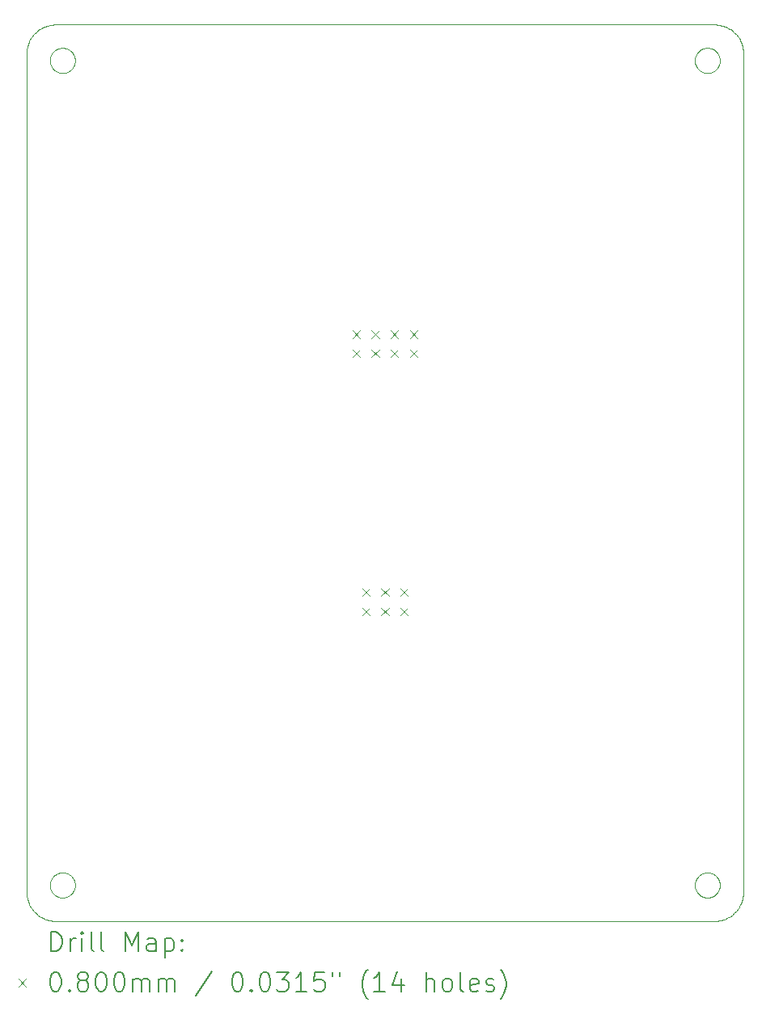
<source format=gbr>
%TF.GenerationSoftware,KiCad,Pcbnew,7.0.5-0*%
%TF.CreationDate,2023-07-22T21:58:12-05:00*%
%TF.ProjectId,biometrics,62696f6d-6574-4726-9963-732e6b696361,rev?*%
%TF.SameCoordinates,Original*%
%TF.FileFunction,Drillmap*%
%TF.FilePolarity,Positive*%
%FSLAX45Y45*%
G04 Gerber Fmt 4.5, Leading zero omitted, Abs format (unit mm)*
G04 Created by KiCad (PCBNEW 7.0.5-0) date 2023-07-22 21:58:12*
%MOMM*%
%LPD*%
G01*
G04 APERTURE LIST*
%ADD10C,0.100000*%
%ADD11C,0.200000*%
%ADD12C,0.080000*%
G04 APERTURE END LIST*
D10*
X15930646Y-2845965D02*
X15937310Y-2846471D01*
X15943878Y-2847306D01*
X15950341Y-2848460D01*
X15956690Y-2849925D01*
X15962917Y-2851694D01*
X15969015Y-2853757D01*
X15974974Y-2856107D01*
X15980787Y-2858735D01*
X15986446Y-2861633D01*
X15991942Y-2864793D01*
X15997266Y-2868206D01*
X16002411Y-2871865D01*
X16007369Y-2875761D01*
X16012131Y-2879886D01*
X16016688Y-2884231D01*
X16021034Y-2888789D01*
X16025158Y-2893551D01*
X16029054Y-2898508D01*
X16032713Y-2903653D01*
X16036127Y-2908978D01*
X16039287Y-2914474D01*
X16042185Y-2920132D01*
X16044813Y-2925945D01*
X16047163Y-2931905D01*
X16049226Y-2938002D01*
X16050994Y-2944230D01*
X16052460Y-2950579D01*
X16053614Y-2957042D01*
X16054448Y-2963609D01*
X16054955Y-2970274D01*
X16055126Y-2977027D01*
X16054955Y-2983780D01*
X16054448Y-2990445D01*
X16053614Y-2997012D01*
X16052460Y-3003475D01*
X16050994Y-3009824D01*
X16049226Y-3016052D01*
X16047163Y-3022149D01*
X16044813Y-3028109D01*
X16042185Y-3033922D01*
X16039287Y-3039580D01*
X16036127Y-3045076D01*
X16032713Y-3050401D01*
X16029054Y-3055546D01*
X16025158Y-3060503D01*
X16021034Y-3065265D01*
X16016688Y-3069823D01*
X16012131Y-3074168D01*
X16007369Y-3078293D01*
X16002411Y-3082189D01*
X15997266Y-3085848D01*
X15991942Y-3089261D01*
X15986446Y-3092421D01*
X15980787Y-3095319D01*
X15974974Y-3097947D01*
X15969015Y-3100297D01*
X15962917Y-3102360D01*
X15956690Y-3104129D01*
X15950341Y-3105594D01*
X15943878Y-3106748D01*
X15937310Y-3107583D01*
X15930646Y-3108089D01*
X15923893Y-3108260D01*
X15917139Y-3108089D01*
X15910475Y-3107583D01*
X15903907Y-3106748D01*
X15897445Y-3105594D01*
X15891096Y-3104129D01*
X15884868Y-3102360D01*
X15878771Y-3100297D01*
X15872811Y-3097947D01*
X15866998Y-3095319D01*
X15861340Y-3092421D01*
X15855844Y-3089261D01*
X15850520Y-3085848D01*
X15845374Y-3082189D01*
X15840417Y-3078293D01*
X15835655Y-3074168D01*
X15831098Y-3069823D01*
X15826752Y-3065265D01*
X15822628Y-3060503D01*
X15818732Y-3055546D01*
X15815073Y-3050401D01*
X15811659Y-3045076D01*
X15808499Y-3039580D01*
X15805601Y-3033922D01*
X15802973Y-3028109D01*
X15800623Y-3022149D01*
X15798560Y-3016052D01*
X15796792Y-3009824D01*
X15795326Y-3003475D01*
X15794172Y-2997012D01*
X15793338Y-2990445D01*
X15792831Y-2983780D01*
X15792660Y-2977027D01*
X15792831Y-2970274D01*
X15793338Y-2963609D01*
X15794172Y-2957042D01*
X15795326Y-2950579D01*
X15796792Y-2944230D01*
X15798560Y-2938002D01*
X15800623Y-2931905D01*
X15802973Y-2925945D01*
X15805601Y-2920132D01*
X15808499Y-2914474D01*
X15811659Y-2908978D01*
X15815073Y-2903653D01*
X15818732Y-2898508D01*
X15822628Y-2893551D01*
X15826752Y-2888789D01*
X15831098Y-2884231D01*
X15835655Y-2879886D01*
X15840417Y-2875761D01*
X15845374Y-2871865D01*
X15850520Y-2868206D01*
X15855844Y-2864793D01*
X15861340Y-2861633D01*
X15866998Y-2858735D01*
X15872811Y-2856107D01*
X15878771Y-2853757D01*
X15884868Y-2851694D01*
X15891096Y-2849925D01*
X15897445Y-2848460D01*
X15903907Y-2847306D01*
X15910475Y-2846471D01*
X15917139Y-2845965D01*
X15923893Y-2845794D01*
X15930646Y-2845965D01*
X15930646Y-11471116D02*
X15937310Y-11471623D01*
X15943878Y-11472458D01*
X15950341Y-11473612D01*
X15956690Y-11475077D01*
X15962917Y-11476846D01*
X15969015Y-11478909D01*
X15974974Y-11481259D01*
X15980787Y-11483887D01*
X15986446Y-11486785D01*
X15991942Y-11489945D01*
X15997266Y-11493358D01*
X16002411Y-11497017D01*
X16007369Y-11500913D01*
X16012131Y-11505038D01*
X16016688Y-11509383D01*
X16021034Y-11513941D01*
X16025158Y-11518702D01*
X16029054Y-11523660D01*
X16032713Y-11528805D01*
X16036127Y-11534130D01*
X16039287Y-11539625D01*
X16042185Y-11545284D01*
X16044813Y-11551097D01*
X16047163Y-11557057D01*
X16049226Y-11563154D01*
X16050994Y-11569382D01*
X16052460Y-11575731D01*
X16053614Y-11582193D01*
X16054448Y-11588761D01*
X16054955Y-11595426D01*
X16055126Y-11602179D01*
X16054955Y-11608932D01*
X16054448Y-11615597D01*
X16053614Y-11622164D01*
X16052460Y-11628627D01*
X16050994Y-11634976D01*
X16049226Y-11641204D01*
X16047163Y-11647301D01*
X16044813Y-11653261D01*
X16042185Y-11659074D01*
X16039287Y-11664733D01*
X16036127Y-11670228D01*
X16032713Y-11675553D01*
X16029054Y-11680698D01*
X16025158Y-11685656D01*
X16021034Y-11690418D01*
X16016688Y-11694975D01*
X16012131Y-11699321D01*
X16007369Y-11703446D01*
X16002411Y-11707342D01*
X15997266Y-11711000D01*
X15991942Y-11714414D01*
X15986446Y-11717574D01*
X15980787Y-11720472D01*
X15974974Y-11723100D01*
X15969015Y-11725450D01*
X15962917Y-11727513D01*
X15956690Y-11729282D01*
X15950341Y-11730747D01*
X15943878Y-11731901D01*
X15937310Y-11732736D01*
X15930646Y-11733243D01*
X15923893Y-11733414D01*
X15917139Y-11733243D01*
X15910475Y-11732736D01*
X15903907Y-11731901D01*
X15897445Y-11730747D01*
X15891096Y-11729282D01*
X15884868Y-11727513D01*
X15878771Y-11725450D01*
X15872811Y-11723100D01*
X15866998Y-11720472D01*
X15861340Y-11717574D01*
X15855844Y-11714414D01*
X15850520Y-11711000D01*
X15845374Y-11707342D01*
X15840417Y-11703446D01*
X15835655Y-11699321D01*
X15831098Y-11694975D01*
X15826752Y-11690418D01*
X15822628Y-11685656D01*
X15818732Y-11680698D01*
X15815073Y-11675553D01*
X15811659Y-11670228D01*
X15808499Y-11664733D01*
X15805601Y-11659074D01*
X15802973Y-11653261D01*
X15800623Y-11647301D01*
X15798560Y-11641204D01*
X15796792Y-11634976D01*
X15795326Y-11628627D01*
X15794172Y-11622164D01*
X15793338Y-11615597D01*
X15792831Y-11608932D01*
X15792660Y-11602179D01*
X15792831Y-11595426D01*
X15793338Y-11588761D01*
X15794172Y-11582193D01*
X15795326Y-11575731D01*
X15796792Y-11569382D01*
X15798560Y-11563154D01*
X15800623Y-11557057D01*
X15802973Y-11551097D01*
X15805601Y-11545284D01*
X15808499Y-11539625D01*
X15811659Y-11534130D01*
X15815073Y-11528805D01*
X15818732Y-11523660D01*
X15822628Y-11518702D01*
X15826752Y-11513941D01*
X15831098Y-11509383D01*
X15835655Y-11505038D01*
X15840417Y-11500913D01*
X15845374Y-11497017D01*
X15850520Y-11493358D01*
X15855844Y-11489945D01*
X15861340Y-11486785D01*
X15866998Y-11483887D01*
X15872811Y-11481259D01*
X15878771Y-11478909D01*
X15884868Y-11476846D01*
X15891096Y-11475077D01*
X15897445Y-11473612D01*
X15903907Y-11472458D01*
X15910475Y-11471623D01*
X15917139Y-11471116D01*
X15923893Y-11470946D01*
X15930646Y-11471116D01*
X9180597Y-2845965D02*
X9187261Y-2846471D01*
X9193829Y-2847306D01*
X9200292Y-2848460D01*
X9206641Y-2849925D01*
X9212868Y-2851694D01*
X9218966Y-2853757D01*
X9224926Y-2856107D01*
X9230739Y-2858735D01*
X9236397Y-2861633D01*
X9241893Y-2864793D01*
X9247218Y-2868206D01*
X9252363Y-2871865D01*
X9257320Y-2875761D01*
X9262082Y-2879886D01*
X9266640Y-2884231D01*
X9270985Y-2888789D01*
X9275110Y-2893551D01*
X9279006Y-2898508D01*
X9282665Y-2903653D01*
X9286078Y-2908978D01*
X9289238Y-2914474D01*
X9292136Y-2920132D01*
X9294764Y-2925945D01*
X9297114Y-2931905D01*
X9299177Y-2938002D01*
X9300946Y-2944230D01*
X9302411Y-2950579D01*
X9303565Y-2957042D01*
X9304400Y-2963609D01*
X9304906Y-2970274D01*
X9305077Y-2977027D01*
X9304906Y-2983780D01*
X9304400Y-2990445D01*
X9303565Y-2997012D01*
X9302411Y-3003475D01*
X9300946Y-3009824D01*
X9299177Y-3016052D01*
X9297114Y-3022149D01*
X9294764Y-3028109D01*
X9292136Y-3033922D01*
X9289238Y-3039580D01*
X9286078Y-3045076D01*
X9282665Y-3050401D01*
X9279006Y-3055546D01*
X9275110Y-3060503D01*
X9270985Y-3065265D01*
X9266640Y-3069823D01*
X9262082Y-3074168D01*
X9257320Y-3078293D01*
X9252363Y-3082189D01*
X9247218Y-3085848D01*
X9241893Y-3089261D01*
X9236397Y-3092421D01*
X9230739Y-3095319D01*
X9224926Y-3097947D01*
X9218966Y-3100297D01*
X9212868Y-3102360D01*
X9206641Y-3104129D01*
X9200292Y-3105594D01*
X9193829Y-3106748D01*
X9187261Y-3107583D01*
X9180597Y-3108089D01*
X9173844Y-3108260D01*
X9167090Y-3108089D01*
X9160426Y-3107583D01*
X9153858Y-3106748D01*
X9147395Y-3105594D01*
X9141046Y-3104129D01*
X9134819Y-3102360D01*
X9128721Y-3100297D01*
X9122762Y-3097947D01*
X9116948Y-3095319D01*
X9111290Y-3092421D01*
X9105794Y-3089261D01*
X9100470Y-3085848D01*
X9095325Y-3082189D01*
X9090367Y-3078293D01*
X9085605Y-3074168D01*
X9081048Y-3069823D01*
X9076702Y-3065265D01*
X9072578Y-3060503D01*
X9068682Y-3055546D01*
X9065023Y-3050401D01*
X9061609Y-3045076D01*
X9058449Y-3039580D01*
X9055551Y-3033922D01*
X9052923Y-3028109D01*
X9050573Y-3022149D01*
X9048510Y-3016052D01*
X9046742Y-3009824D01*
X9045276Y-3003475D01*
X9044122Y-2997012D01*
X9043288Y-2990445D01*
X9042781Y-2983780D01*
X9042610Y-2977027D01*
X9042781Y-2970274D01*
X9043288Y-2963609D01*
X9044122Y-2957042D01*
X9045276Y-2950579D01*
X9046742Y-2944230D01*
X9048510Y-2938002D01*
X9050573Y-2931905D01*
X9052923Y-2925945D01*
X9055551Y-2920132D01*
X9058449Y-2914474D01*
X9061609Y-2908978D01*
X9065023Y-2903653D01*
X9068682Y-2898508D01*
X9072578Y-2893551D01*
X9076702Y-2888789D01*
X9081048Y-2884231D01*
X9085605Y-2879886D01*
X9090367Y-2875761D01*
X9095325Y-2871865D01*
X9100470Y-2868206D01*
X9105794Y-2864793D01*
X9111290Y-2861633D01*
X9116948Y-2858735D01*
X9122762Y-2856107D01*
X9128721Y-2853757D01*
X9134819Y-2851694D01*
X9141046Y-2849925D01*
X9147395Y-2848460D01*
X9153858Y-2847306D01*
X9160426Y-2846471D01*
X9167090Y-2845965D01*
X9173844Y-2845794D01*
X9180597Y-2845965D01*
X16014469Y-2602503D02*
X16029701Y-2603662D01*
X16044711Y-2605572D01*
X16059482Y-2608211D01*
X16073994Y-2611563D01*
X16088230Y-2615608D01*
X16102168Y-2620327D01*
X16115792Y-2625702D01*
X16129081Y-2631713D01*
X16142018Y-2638341D01*
X16154582Y-2645568D01*
X16166756Y-2653375D01*
X16178520Y-2661742D01*
X16189856Y-2670651D01*
X16200744Y-2680084D01*
X16211165Y-2690020D01*
X16221102Y-2700442D01*
X16230534Y-2711330D01*
X16239444Y-2722666D01*
X16247811Y-2734430D01*
X16255618Y-2746604D01*
X16262845Y-2759169D01*
X16269473Y-2772105D01*
X16275484Y-2785394D01*
X16280858Y-2799018D01*
X16285577Y-2812957D01*
X16289622Y-2827192D01*
X16292974Y-2841704D01*
X16295614Y-2856475D01*
X16297523Y-2871485D01*
X16298682Y-2886717D01*
X16299073Y-2902150D01*
X16299073Y-11677055D01*
X16298659Y-11692488D01*
X16297479Y-11707720D01*
X16295553Y-11722730D01*
X16292898Y-11737501D01*
X16289533Y-11752014D01*
X16285477Y-11766249D01*
X16280749Y-11780188D01*
X16275368Y-11793811D01*
X16269352Y-11807101D01*
X16262719Y-11820037D01*
X16255489Y-11832602D01*
X16247681Y-11844776D01*
X16239312Y-11856540D01*
X16230402Y-11867875D01*
X16220969Y-11878764D01*
X16211033Y-11889185D01*
X16200611Y-11899122D01*
X16189722Y-11908554D01*
X16178386Y-11917464D01*
X16166621Y-11925831D01*
X16154445Y-11933638D01*
X16141877Y-11940865D01*
X16128937Y-11947493D01*
X16115642Y-11953504D01*
X16102011Y-11958879D01*
X16088064Y-11963598D01*
X16073818Y-11967643D01*
X16059293Y-11970995D01*
X16044507Y-11973634D01*
X16029479Y-11975543D01*
X16014227Y-11976703D01*
X15998771Y-11977093D01*
X9098967Y-11977093D01*
X9083534Y-11976703D01*
X9068302Y-11975543D01*
X9053292Y-11973634D01*
X9038521Y-11970995D01*
X9024008Y-11967643D01*
X9009773Y-11963598D01*
X8995835Y-11958879D01*
X8982211Y-11953504D01*
X8968922Y-11947493D01*
X8955985Y-11940865D01*
X8943421Y-11933638D01*
X8931247Y-11925831D01*
X8919483Y-11917464D01*
X8908147Y-11908554D01*
X8897259Y-11899122D01*
X8886837Y-11889185D01*
X8876901Y-11878764D01*
X8867468Y-11867875D01*
X8858559Y-11856540D01*
X8850191Y-11844776D01*
X8842385Y-11832602D01*
X8835158Y-11820037D01*
X8828529Y-11807101D01*
X8822519Y-11793811D01*
X8817144Y-11780188D01*
X8812425Y-11766249D01*
X8808380Y-11752014D01*
X8805028Y-11737501D01*
X8802388Y-11722730D01*
X8800479Y-11707720D01*
X8799320Y-11692488D01*
X8798929Y-11677055D01*
X8798929Y-2902150D01*
X8799320Y-2886717D01*
X8800479Y-2871485D01*
X8802388Y-2856475D01*
X8805028Y-2841704D01*
X8808380Y-2827192D01*
X8812425Y-2812957D01*
X8817144Y-2799018D01*
X8822519Y-2785394D01*
X8828529Y-2772105D01*
X8835158Y-2759169D01*
X8842385Y-2746604D01*
X8850191Y-2734430D01*
X8858559Y-2722666D01*
X8867468Y-2711330D01*
X8876901Y-2700442D01*
X8886837Y-2690020D01*
X8897259Y-2680084D01*
X8908147Y-2670651D01*
X8919483Y-2661742D01*
X8931247Y-2653375D01*
X8943421Y-2645568D01*
X8955985Y-2638341D01*
X8968922Y-2631713D01*
X8982211Y-2625702D01*
X8995835Y-2620327D01*
X9009773Y-2615608D01*
X9024008Y-2611563D01*
X9038521Y-2608211D01*
X9053292Y-2605572D01*
X9068302Y-2603662D01*
X9083534Y-2602503D01*
X9098967Y-2602113D01*
X15999036Y-2602113D01*
X16014469Y-2602503D01*
X9180597Y-11471116D02*
X9187261Y-11471623D01*
X9193829Y-11472458D01*
X9200292Y-11473612D01*
X9206641Y-11475077D01*
X9212868Y-11476846D01*
X9218966Y-11478909D01*
X9224926Y-11481259D01*
X9230739Y-11483887D01*
X9236397Y-11486785D01*
X9241893Y-11489945D01*
X9247218Y-11493358D01*
X9252363Y-11497017D01*
X9257320Y-11500913D01*
X9262082Y-11505038D01*
X9266640Y-11509383D01*
X9270985Y-11513941D01*
X9275110Y-11518702D01*
X9279006Y-11523660D01*
X9282665Y-11528805D01*
X9286078Y-11534130D01*
X9289238Y-11539625D01*
X9292136Y-11545284D01*
X9294764Y-11551097D01*
X9297114Y-11557057D01*
X9299177Y-11563154D01*
X9300946Y-11569382D01*
X9302411Y-11575731D01*
X9303565Y-11582193D01*
X9304400Y-11588761D01*
X9304906Y-11595426D01*
X9305077Y-11602179D01*
X9304906Y-11608932D01*
X9304400Y-11615597D01*
X9303565Y-11622164D01*
X9302411Y-11628627D01*
X9300946Y-11634976D01*
X9299177Y-11641204D01*
X9297114Y-11647301D01*
X9294764Y-11653261D01*
X9292136Y-11659074D01*
X9289238Y-11664733D01*
X9286078Y-11670228D01*
X9282665Y-11675553D01*
X9279006Y-11680698D01*
X9275110Y-11685656D01*
X9270985Y-11690418D01*
X9266640Y-11694975D01*
X9262082Y-11699321D01*
X9257320Y-11703446D01*
X9252363Y-11707342D01*
X9247218Y-11711000D01*
X9241893Y-11714414D01*
X9236397Y-11717574D01*
X9230739Y-11720472D01*
X9224926Y-11723100D01*
X9218966Y-11725450D01*
X9212868Y-11727513D01*
X9206641Y-11729282D01*
X9200292Y-11730747D01*
X9193829Y-11731901D01*
X9187261Y-11732736D01*
X9180597Y-11733243D01*
X9173844Y-11733414D01*
X9167090Y-11733243D01*
X9160426Y-11732736D01*
X9153858Y-11731901D01*
X9147395Y-11730747D01*
X9141046Y-11729282D01*
X9134819Y-11727513D01*
X9128721Y-11725450D01*
X9122762Y-11723100D01*
X9116948Y-11720472D01*
X9111290Y-11717574D01*
X9105794Y-11714414D01*
X9100470Y-11711000D01*
X9095325Y-11707342D01*
X9090367Y-11703446D01*
X9085605Y-11699321D01*
X9081048Y-11694975D01*
X9076702Y-11690418D01*
X9072578Y-11685656D01*
X9068682Y-11680698D01*
X9065023Y-11675553D01*
X9061609Y-11670228D01*
X9058449Y-11664733D01*
X9055551Y-11659074D01*
X9052923Y-11653261D01*
X9050573Y-11647301D01*
X9048510Y-11641204D01*
X9046742Y-11634976D01*
X9045276Y-11628627D01*
X9044122Y-11622164D01*
X9043288Y-11615597D01*
X9042781Y-11608932D01*
X9042610Y-11602179D01*
X9042781Y-11595426D01*
X9043288Y-11588761D01*
X9044122Y-11582193D01*
X9045276Y-11575731D01*
X9046742Y-11569382D01*
X9048510Y-11563154D01*
X9050573Y-11557057D01*
X9052923Y-11551097D01*
X9055551Y-11545284D01*
X9058449Y-11539625D01*
X9061609Y-11534130D01*
X9065023Y-11528805D01*
X9068682Y-11523660D01*
X9072578Y-11518702D01*
X9076702Y-11513941D01*
X9081048Y-11509383D01*
X9085605Y-11505038D01*
X9090367Y-11500913D01*
X9095325Y-11497017D01*
X9100470Y-11493358D01*
X9105794Y-11489945D01*
X9111290Y-11486785D01*
X9116948Y-11483887D01*
X9122762Y-11481259D01*
X9128721Y-11478909D01*
X9134819Y-11476846D01*
X9141046Y-11475077D01*
X9147395Y-11473612D01*
X9153858Y-11472458D01*
X9160426Y-11471623D01*
X9167090Y-11471116D01*
X9173844Y-11470946D01*
X9180597Y-11471116D01*
D11*
D12*
X12209000Y-5799600D02*
X12289000Y-5879600D01*
X12289000Y-5799600D02*
X12209000Y-5879600D01*
X12209000Y-5999600D02*
X12289000Y-6079600D01*
X12289000Y-5999600D02*
X12209000Y-6079600D01*
X12309000Y-8499600D02*
X12389000Y-8579600D01*
X12389000Y-8499600D02*
X12309000Y-8579600D01*
X12309000Y-8699600D02*
X12389000Y-8779600D01*
X12389000Y-8699600D02*
X12309000Y-8779600D01*
X12409000Y-5799600D02*
X12489000Y-5879600D01*
X12489000Y-5799600D02*
X12409000Y-5879600D01*
X12409000Y-5999600D02*
X12489000Y-6079600D01*
X12489000Y-5999600D02*
X12409000Y-6079600D01*
X12509000Y-8499600D02*
X12589000Y-8579600D01*
X12589000Y-8499600D02*
X12509000Y-8579600D01*
X12509000Y-8699600D02*
X12589000Y-8779600D01*
X12589000Y-8699600D02*
X12509000Y-8779600D01*
X12609000Y-5799600D02*
X12689000Y-5879600D01*
X12689000Y-5799600D02*
X12609000Y-5879600D01*
X12609000Y-5999600D02*
X12689000Y-6079600D01*
X12689000Y-5999600D02*
X12609000Y-6079600D01*
X12709000Y-8499600D02*
X12789000Y-8579600D01*
X12789000Y-8499600D02*
X12709000Y-8579600D01*
X12709000Y-8699600D02*
X12789000Y-8779600D01*
X12789000Y-8699600D02*
X12709000Y-8779600D01*
X12809000Y-5799600D02*
X12889000Y-5879600D01*
X12889000Y-5799600D02*
X12809000Y-5879600D01*
X12809000Y-5999600D02*
X12889000Y-6079600D01*
X12889000Y-5999600D02*
X12809000Y-6079600D01*
D11*
X9054706Y-12293577D02*
X9054706Y-12093577D01*
X9054706Y-12093577D02*
X9102325Y-12093577D01*
X9102325Y-12093577D02*
X9130897Y-12103101D01*
X9130897Y-12103101D02*
X9149944Y-12122149D01*
X9149944Y-12122149D02*
X9159468Y-12141196D01*
X9159468Y-12141196D02*
X9168992Y-12179291D01*
X9168992Y-12179291D02*
X9168992Y-12207863D01*
X9168992Y-12207863D02*
X9159468Y-12245958D01*
X9159468Y-12245958D02*
X9149944Y-12265006D01*
X9149944Y-12265006D02*
X9130897Y-12284053D01*
X9130897Y-12284053D02*
X9102325Y-12293577D01*
X9102325Y-12293577D02*
X9054706Y-12293577D01*
X9254706Y-12293577D02*
X9254706Y-12160244D01*
X9254706Y-12198339D02*
X9264230Y-12179291D01*
X9264230Y-12179291D02*
X9273754Y-12169768D01*
X9273754Y-12169768D02*
X9292801Y-12160244D01*
X9292801Y-12160244D02*
X9311849Y-12160244D01*
X9378516Y-12293577D02*
X9378516Y-12160244D01*
X9378516Y-12093577D02*
X9368992Y-12103101D01*
X9368992Y-12103101D02*
X9378516Y-12112625D01*
X9378516Y-12112625D02*
X9388039Y-12103101D01*
X9388039Y-12103101D02*
X9378516Y-12093577D01*
X9378516Y-12093577D02*
X9378516Y-12112625D01*
X9502325Y-12293577D02*
X9483278Y-12284053D01*
X9483278Y-12284053D02*
X9473754Y-12265006D01*
X9473754Y-12265006D02*
X9473754Y-12093577D01*
X9607087Y-12293577D02*
X9588039Y-12284053D01*
X9588039Y-12284053D02*
X9578516Y-12265006D01*
X9578516Y-12265006D02*
X9578516Y-12093577D01*
X9835659Y-12293577D02*
X9835659Y-12093577D01*
X9835659Y-12093577D02*
X9902325Y-12236434D01*
X9902325Y-12236434D02*
X9968992Y-12093577D01*
X9968992Y-12093577D02*
X9968992Y-12293577D01*
X10149944Y-12293577D02*
X10149944Y-12188815D01*
X10149944Y-12188815D02*
X10140420Y-12169768D01*
X10140420Y-12169768D02*
X10121373Y-12160244D01*
X10121373Y-12160244D02*
X10083278Y-12160244D01*
X10083278Y-12160244D02*
X10064230Y-12169768D01*
X10149944Y-12284053D02*
X10130897Y-12293577D01*
X10130897Y-12293577D02*
X10083278Y-12293577D01*
X10083278Y-12293577D02*
X10064230Y-12284053D01*
X10064230Y-12284053D02*
X10054706Y-12265006D01*
X10054706Y-12265006D02*
X10054706Y-12245958D01*
X10054706Y-12245958D02*
X10064230Y-12226910D01*
X10064230Y-12226910D02*
X10083278Y-12217387D01*
X10083278Y-12217387D02*
X10130897Y-12217387D01*
X10130897Y-12217387D02*
X10149944Y-12207863D01*
X10245182Y-12160244D02*
X10245182Y-12360244D01*
X10245182Y-12169768D02*
X10264230Y-12160244D01*
X10264230Y-12160244D02*
X10302325Y-12160244D01*
X10302325Y-12160244D02*
X10321373Y-12169768D01*
X10321373Y-12169768D02*
X10330897Y-12179291D01*
X10330897Y-12179291D02*
X10340420Y-12198339D01*
X10340420Y-12198339D02*
X10340420Y-12255482D01*
X10340420Y-12255482D02*
X10330897Y-12274529D01*
X10330897Y-12274529D02*
X10321373Y-12284053D01*
X10321373Y-12284053D02*
X10302325Y-12293577D01*
X10302325Y-12293577D02*
X10264230Y-12293577D01*
X10264230Y-12293577D02*
X10245182Y-12284053D01*
X10426135Y-12274529D02*
X10435659Y-12284053D01*
X10435659Y-12284053D02*
X10426135Y-12293577D01*
X10426135Y-12293577D02*
X10416611Y-12284053D01*
X10416611Y-12284053D02*
X10426135Y-12274529D01*
X10426135Y-12274529D02*
X10426135Y-12293577D01*
X10426135Y-12169768D02*
X10435659Y-12179291D01*
X10435659Y-12179291D02*
X10426135Y-12188815D01*
X10426135Y-12188815D02*
X10416611Y-12179291D01*
X10416611Y-12179291D02*
X10426135Y-12169768D01*
X10426135Y-12169768D02*
X10426135Y-12188815D01*
D12*
X8713929Y-12582093D02*
X8793929Y-12662093D01*
X8793929Y-12582093D02*
X8713929Y-12662093D01*
D11*
X9092801Y-12513577D02*
X9111849Y-12513577D01*
X9111849Y-12513577D02*
X9130897Y-12523101D01*
X9130897Y-12523101D02*
X9140420Y-12532625D01*
X9140420Y-12532625D02*
X9149944Y-12551672D01*
X9149944Y-12551672D02*
X9159468Y-12589768D01*
X9159468Y-12589768D02*
X9159468Y-12637387D01*
X9159468Y-12637387D02*
X9149944Y-12675482D01*
X9149944Y-12675482D02*
X9140420Y-12694529D01*
X9140420Y-12694529D02*
X9130897Y-12704053D01*
X9130897Y-12704053D02*
X9111849Y-12713577D01*
X9111849Y-12713577D02*
X9092801Y-12713577D01*
X9092801Y-12713577D02*
X9073754Y-12704053D01*
X9073754Y-12704053D02*
X9064230Y-12694529D01*
X9064230Y-12694529D02*
X9054706Y-12675482D01*
X9054706Y-12675482D02*
X9045182Y-12637387D01*
X9045182Y-12637387D02*
X9045182Y-12589768D01*
X9045182Y-12589768D02*
X9054706Y-12551672D01*
X9054706Y-12551672D02*
X9064230Y-12532625D01*
X9064230Y-12532625D02*
X9073754Y-12523101D01*
X9073754Y-12523101D02*
X9092801Y-12513577D01*
X9245182Y-12694529D02*
X9254706Y-12704053D01*
X9254706Y-12704053D02*
X9245182Y-12713577D01*
X9245182Y-12713577D02*
X9235659Y-12704053D01*
X9235659Y-12704053D02*
X9245182Y-12694529D01*
X9245182Y-12694529D02*
X9245182Y-12713577D01*
X9368992Y-12599291D02*
X9349944Y-12589768D01*
X9349944Y-12589768D02*
X9340420Y-12580244D01*
X9340420Y-12580244D02*
X9330897Y-12561196D01*
X9330897Y-12561196D02*
X9330897Y-12551672D01*
X9330897Y-12551672D02*
X9340420Y-12532625D01*
X9340420Y-12532625D02*
X9349944Y-12523101D01*
X9349944Y-12523101D02*
X9368992Y-12513577D01*
X9368992Y-12513577D02*
X9407087Y-12513577D01*
X9407087Y-12513577D02*
X9426135Y-12523101D01*
X9426135Y-12523101D02*
X9435659Y-12532625D01*
X9435659Y-12532625D02*
X9445182Y-12551672D01*
X9445182Y-12551672D02*
X9445182Y-12561196D01*
X9445182Y-12561196D02*
X9435659Y-12580244D01*
X9435659Y-12580244D02*
X9426135Y-12589768D01*
X9426135Y-12589768D02*
X9407087Y-12599291D01*
X9407087Y-12599291D02*
X9368992Y-12599291D01*
X9368992Y-12599291D02*
X9349944Y-12608815D01*
X9349944Y-12608815D02*
X9340420Y-12618339D01*
X9340420Y-12618339D02*
X9330897Y-12637387D01*
X9330897Y-12637387D02*
X9330897Y-12675482D01*
X9330897Y-12675482D02*
X9340420Y-12694529D01*
X9340420Y-12694529D02*
X9349944Y-12704053D01*
X9349944Y-12704053D02*
X9368992Y-12713577D01*
X9368992Y-12713577D02*
X9407087Y-12713577D01*
X9407087Y-12713577D02*
X9426135Y-12704053D01*
X9426135Y-12704053D02*
X9435659Y-12694529D01*
X9435659Y-12694529D02*
X9445182Y-12675482D01*
X9445182Y-12675482D02*
X9445182Y-12637387D01*
X9445182Y-12637387D02*
X9435659Y-12618339D01*
X9435659Y-12618339D02*
X9426135Y-12608815D01*
X9426135Y-12608815D02*
X9407087Y-12599291D01*
X9568992Y-12513577D02*
X9588040Y-12513577D01*
X9588040Y-12513577D02*
X9607087Y-12523101D01*
X9607087Y-12523101D02*
X9616611Y-12532625D01*
X9616611Y-12532625D02*
X9626135Y-12551672D01*
X9626135Y-12551672D02*
X9635659Y-12589768D01*
X9635659Y-12589768D02*
X9635659Y-12637387D01*
X9635659Y-12637387D02*
X9626135Y-12675482D01*
X9626135Y-12675482D02*
X9616611Y-12694529D01*
X9616611Y-12694529D02*
X9607087Y-12704053D01*
X9607087Y-12704053D02*
X9588040Y-12713577D01*
X9588040Y-12713577D02*
X9568992Y-12713577D01*
X9568992Y-12713577D02*
X9549944Y-12704053D01*
X9549944Y-12704053D02*
X9540420Y-12694529D01*
X9540420Y-12694529D02*
X9530897Y-12675482D01*
X9530897Y-12675482D02*
X9521373Y-12637387D01*
X9521373Y-12637387D02*
X9521373Y-12589768D01*
X9521373Y-12589768D02*
X9530897Y-12551672D01*
X9530897Y-12551672D02*
X9540420Y-12532625D01*
X9540420Y-12532625D02*
X9549944Y-12523101D01*
X9549944Y-12523101D02*
X9568992Y-12513577D01*
X9759468Y-12513577D02*
X9778516Y-12513577D01*
X9778516Y-12513577D02*
X9797563Y-12523101D01*
X9797563Y-12523101D02*
X9807087Y-12532625D01*
X9807087Y-12532625D02*
X9816611Y-12551672D01*
X9816611Y-12551672D02*
X9826135Y-12589768D01*
X9826135Y-12589768D02*
X9826135Y-12637387D01*
X9826135Y-12637387D02*
X9816611Y-12675482D01*
X9816611Y-12675482D02*
X9807087Y-12694529D01*
X9807087Y-12694529D02*
X9797563Y-12704053D01*
X9797563Y-12704053D02*
X9778516Y-12713577D01*
X9778516Y-12713577D02*
X9759468Y-12713577D01*
X9759468Y-12713577D02*
X9740420Y-12704053D01*
X9740420Y-12704053D02*
X9730897Y-12694529D01*
X9730897Y-12694529D02*
X9721373Y-12675482D01*
X9721373Y-12675482D02*
X9711849Y-12637387D01*
X9711849Y-12637387D02*
X9711849Y-12589768D01*
X9711849Y-12589768D02*
X9721373Y-12551672D01*
X9721373Y-12551672D02*
X9730897Y-12532625D01*
X9730897Y-12532625D02*
X9740420Y-12523101D01*
X9740420Y-12523101D02*
X9759468Y-12513577D01*
X9911849Y-12713577D02*
X9911849Y-12580244D01*
X9911849Y-12599291D02*
X9921373Y-12589768D01*
X9921373Y-12589768D02*
X9940420Y-12580244D01*
X9940420Y-12580244D02*
X9968992Y-12580244D01*
X9968992Y-12580244D02*
X9988040Y-12589768D01*
X9988040Y-12589768D02*
X9997563Y-12608815D01*
X9997563Y-12608815D02*
X9997563Y-12713577D01*
X9997563Y-12608815D02*
X10007087Y-12589768D01*
X10007087Y-12589768D02*
X10026135Y-12580244D01*
X10026135Y-12580244D02*
X10054706Y-12580244D01*
X10054706Y-12580244D02*
X10073754Y-12589768D01*
X10073754Y-12589768D02*
X10083278Y-12608815D01*
X10083278Y-12608815D02*
X10083278Y-12713577D01*
X10178516Y-12713577D02*
X10178516Y-12580244D01*
X10178516Y-12599291D02*
X10188040Y-12589768D01*
X10188040Y-12589768D02*
X10207087Y-12580244D01*
X10207087Y-12580244D02*
X10235659Y-12580244D01*
X10235659Y-12580244D02*
X10254706Y-12589768D01*
X10254706Y-12589768D02*
X10264230Y-12608815D01*
X10264230Y-12608815D02*
X10264230Y-12713577D01*
X10264230Y-12608815D02*
X10273754Y-12589768D01*
X10273754Y-12589768D02*
X10292801Y-12580244D01*
X10292801Y-12580244D02*
X10321373Y-12580244D01*
X10321373Y-12580244D02*
X10340421Y-12589768D01*
X10340421Y-12589768D02*
X10349944Y-12608815D01*
X10349944Y-12608815D02*
X10349944Y-12713577D01*
X10740421Y-12504053D02*
X10568992Y-12761196D01*
X10997563Y-12513577D02*
X11016611Y-12513577D01*
X11016611Y-12513577D02*
X11035659Y-12523101D01*
X11035659Y-12523101D02*
X11045183Y-12532625D01*
X11045183Y-12532625D02*
X11054706Y-12551672D01*
X11054706Y-12551672D02*
X11064230Y-12589768D01*
X11064230Y-12589768D02*
X11064230Y-12637387D01*
X11064230Y-12637387D02*
X11054706Y-12675482D01*
X11054706Y-12675482D02*
X11045183Y-12694529D01*
X11045183Y-12694529D02*
X11035659Y-12704053D01*
X11035659Y-12704053D02*
X11016611Y-12713577D01*
X11016611Y-12713577D02*
X10997563Y-12713577D01*
X10997563Y-12713577D02*
X10978516Y-12704053D01*
X10978516Y-12704053D02*
X10968992Y-12694529D01*
X10968992Y-12694529D02*
X10959468Y-12675482D01*
X10959468Y-12675482D02*
X10949944Y-12637387D01*
X10949944Y-12637387D02*
X10949944Y-12589768D01*
X10949944Y-12589768D02*
X10959468Y-12551672D01*
X10959468Y-12551672D02*
X10968992Y-12532625D01*
X10968992Y-12532625D02*
X10978516Y-12523101D01*
X10978516Y-12523101D02*
X10997563Y-12513577D01*
X11149944Y-12694529D02*
X11159468Y-12704053D01*
X11159468Y-12704053D02*
X11149944Y-12713577D01*
X11149944Y-12713577D02*
X11140421Y-12704053D01*
X11140421Y-12704053D02*
X11149944Y-12694529D01*
X11149944Y-12694529D02*
X11149944Y-12713577D01*
X11283278Y-12513577D02*
X11302325Y-12513577D01*
X11302325Y-12513577D02*
X11321373Y-12523101D01*
X11321373Y-12523101D02*
X11330897Y-12532625D01*
X11330897Y-12532625D02*
X11340421Y-12551672D01*
X11340421Y-12551672D02*
X11349944Y-12589768D01*
X11349944Y-12589768D02*
X11349944Y-12637387D01*
X11349944Y-12637387D02*
X11340421Y-12675482D01*
X11340421Y-12675482D02*
X11330897Y-12694529D01*
X11330897Y-12694529D02*
X11321373Y-12704053D01*
X11321373Y-12704053D02*
X11302325Y-12713577D01*
X11302325Y-12713577D02*
X11283278Y-12713577D01*
X11283278Y-12713577D02*
X11264230Y-12704053D01*
X11264230Y-12704053D02*
X11254706Y-12694529D01*
X11254706Y-12694529D02*
X11245182Y-12675482D01*
X11245182Y-12675482D02*
X11235659Y-12637387D01*
X11235659Y-12637387D02*
X11235659Y-12589768D01*
X11235659Y-12589768D02*
X11245182Y-12551672D01*
X11245182Y-12551672D02*
X11254706Y-12532625D01*
X11254706Y-12532625D02*
X11264230Y-12523101D01*
X11264230Y-12523101D02*
X11283278Y-12513577D01*
X11416611Y-12513577D02*
X11540421Y-12513577D01*
X11540421Y-12513577D02*
X11473754Y-12589768D01*
X11473754Y-12589768D02*
X11502325Y-12589768D01*
X11502325Y-12589768D02*
X11521373Y-12599291D01*
X11521373Y-12599291D02*
X11530897Y-12608815D01*
X11530897Y-12608815D02*
X11540421Y-12627863D01*
X11540421Y-12627863D02*
X11540421Y-12675482D01*
X11540421Y-12675482D02*
X11530897Y-12694529D01*
X11530897Y-12694529D02*
X11521373Y-12704053D01*
X11521373Y-12704053D02*
X11502325Y-12713577D01*
X11502325Y-12713577D02*
X11445182Y-12713577D01*
X11445182Y-12713577D02*
X11426135Y-12704053D01*
X11426135Y-12704053D02*
X11416611Y-12694529D01*
X11730897Y-12713577D02*
X11616611Y-12713577D01*
X11673754Y-12713577D02*
X11673754Y-12513577D01*
X11673754Y-12513577D02*
X11654706Y-12542149D01*
X11654706Y-12542149D02*
X11635659Y-12561196D01*
X11635659Y-12561196D02*
X11616611Y-12570720D01*
X11911849Y-12513577D02*
X11816611Y-12513577D01*
X11816611Y-12513577D02*
X11807087Y-12608815D01*
X11807087Y-12608815D02*
X11816611Y-12599291D01*
X11816611Y-12599291D02*
X11835659Y-12589768D01*
X11835659Y-12589768D02*
X11883278Y-12589768D01*
X11883278Y-12589768D02*
X11902325Y-12599291D01*
X11902325Y-12599291D02*
X11911849Y-12608815D01*
X11911849Y-12608815D02*
X11921373Y-12627863D01*
X11921373Y-12627863D02*
X11921373Y-12675482D01*
X11921373Y-12675482D02*
X11911849Y-12694529D01*
X11911849Y-12694529D02*
X11902325Y-12704053D01*
X11902325Y-12704053D02*
X11883278Y-12713577D01*
X11883278Y-12713577D02*
X11835659Y-12713577D01*
X11835659Y-12713577D02*
X11816611Y-12704053D01*
X11816611Y-12704053D02*
X11807087Y-12694529D01*
X11997563Y-12513577D02*
X11997563Y-12551672D01*
X12073754Y-12513577D02*
X12073754Y-12551672D01*
X12368992Y-12789768D02*
X12359468Y-12780244D01*
X12359468Y-12780244D02*
X12340421Y-12751672D01*
X12340421Y-12751672D02*
X12330897Y-12732625D01*
X12330897Y-12732625D02*
X12321373Y-12704053D01*
X12321373Y-12704053D02*
X12311849Y-12656434D01*
X12311849Y-12656434D02*
X12311849Y-12618339D01*
X12311849Y-12618339D02*
X12321373Y-12570720D01*
X12321373Y-12570720D02*
X12330897Y-12542149D01*
X12330897Y-12542149D02*
X12340421Y-12523101D01*
X12340421Y-12523101D02*
X12359468Y-12494529D01*
X12359468Y-12494529D02*
X12368992Y-12485006D01*
X12549944Y-12713577D02*
X12435659Y-12713577D01*
X12492802Y-12713577D02*
X12492802Y-12513577D01*
X12492802Y-12513577D02*
X12473754Y-12542149D01*
X12473754Y-12542149D02*
X12454706Y-12561196D01*
X12454706Y-12561196D02*
X12435659Y-12570720D01*
X12721373Y-12580244D02*
X12721373Y-12713577D01*
X12673754Y-12504053D02*
X12626135Y-12646910D01*
X12626135Y-12646910D02*
X12749944Y-12646910D01*
X12978516Y-12713577D02*
X12978516Y-12513577D01*
X13064230Y-12713577D02*
X13064230Y-12608815D01*
X13064230Y-12608815D02*
X13054706Y-12589768D01*
X13054706Y-12589768D02*
X13035659Y-12580244D01*
X13035659Y-12580244D02*
X13007087Y-12580244D01*
X13007087Y-12580244D02*
X12988040Y-12589768D01*
X12988040Y-12589768D02*
X12978516Y-12599291D01*
X13188040Y-12713577D02*
X13168992Y-12704053D01*
X13168992Y-12704053D02*
X13159468Y-12694529D01*
X13159468Y-12694529D02*
X13149945Y-12675482D01*
X13149945Y-12675482D02*
X13149945Y-12618339D01*
X13149945Y-12618339D02*
X13159468Y-12599291D01*
X13159468Y-12599291D02*
X13168992Y-12589768D01*
X13168992Y-12589768D02*
X13188040Y-12580244D01*
X13188040Y-12580244D02*
X13216611Y-12580244D01*
X13216611Y-12580244D02*
X13235659Y-12589768D01*
X13235659Y-12589768D02*
X13245183Y-12599291D01*
X13245183Y-12599291D02*
X13254706Y-12618339D01*
X13254706Y-12618339D02*
X13254706Y-12675482D01*
X13254706Y-12675482D02*
X13245183Y-12694529D01*
X13245183Y-12694529D02*
X13235659Y-12704053D01*
X13235659Y-12704053D02*
X13216611Y-12713577D01*
X13216611Y-12713577D02*
X13188040Y-12713577D01*
X13368992Y-12713577D02*
X13349945Y-12704053D01*
X13349945Y-12704053D02*
X13340421Y-12685006D01*
X13340421Y-12685006D02*
X13340421Y-12513577D01*
X13521373Y-12704053D02*
X13502326Y-12713577D01*
X13502326Y-12713577D02*
X13464230Y-12713577D01*
X13464230Y-12713577D02*
X13445183Y-12704053D01*
X13445183Y-12704053D02*
X13435659Y-12685006D01*
X13435659Y-12685006D02*
X13435659Y-12608815D01*
X13435659Y-12608815D02*
X13445183Y-12589768D01*
X13445183Y-12589768D02*
X13464230Y-12580244D01*
X13464230Y-12580244D02*
X13502326Y-12580244D01*
X13502326Y-12580244D02*
X13521373Y-12589768D01*
X13521373Y-12589768D02*
X13530897Y-12608815D01*
X13530897Y-12608815D02*
X13530897Y-12627863D01*
X13530897Y-12627863D02*
X13435659Y-12646910D01*
X13607087Y-12704053D02*
X13626135Y-12713577D01*
X13626135Y-12713577D02*
X13664230Y-12713577D01*
X13664230Y-12713577D02*
X13683278Y-12704053D01*
X13683278Y-12704053D02*
X13692802Y-12685006D01*
X13692802Y-12685006D02*
X13692802Y-12675482D01*
X13692802Y-12675482D02*
X13683278Y-12656434D01*
X13683278Y-12656434D02*
X13664230Y-12646910D01*
X13664230Y-12646910D02*
X13635659Y-12646910D01*
X13635659Y-12646910D02*
X13616611Y-12637387D01*
X13616611Y-12637387D02*
X13607087Y-12618339D01*
X13607087Y-12618339D02*
X13607087Y-12608815D01*
X13607087Y-12608815D02*
X13616611Y-12589768D01*
X13616611Y-12589768D02*
X13635659Y-12580244D01*
X13635659Y-12580244D02*
X13664230Y-12580244D01*
X13664230Y-12580244D02*
X13683278Y-12589768D01*
X13759468Y-12789768D02*
X13768992Y-12780244D01*
X13768992Y-12780244D02*
X13788040Y-12751672D01*
X13788040Y-12751672D02*
X13797564Y-12732625D01*
X13797564Y-12732625D02*
X13807087Y-12704053D01*
X13807087Y-12704053D02*
X13816611Y-12656434D01*
X13816611Y-12656434D02*
X13816611Y-12618339D01*
X13816611Y-12618339D02*
X13807087Y-12570720D01*
X13807087Y-12570720D02*
X13797564Y-12542149D01*
X13797564Y-12542149D02*
X13788040Y-12523101D01*
X13788040Y-12523101D02*
X13768992Y-12494529D01*
X13768992Y-12494529D02*
X13759468Y-12485006D01*
M02*

</source>
